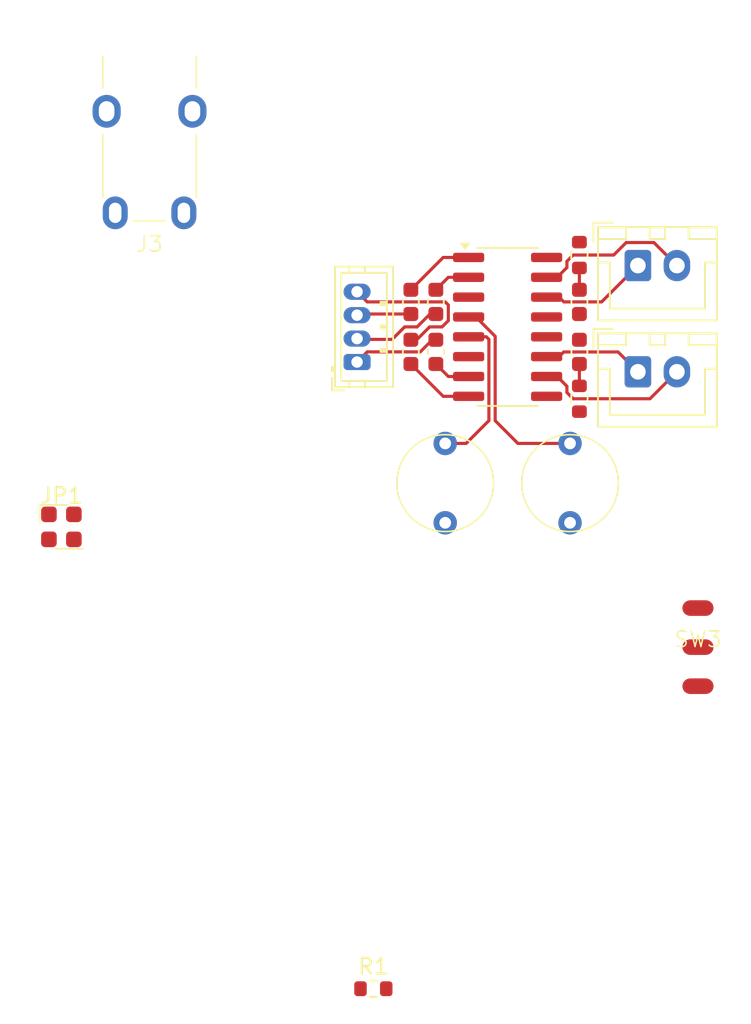
<source format=kicad_pcb>
(kicad_pcb (version 20241229) (generator "pcbnew") (generator_version "9.0")
  (layers (0 "F.Cu" signal) (2 "B.Cu" signal) (13 "F.Paste" user) (15 "B.Paste" user) (5 "F.SilkS" user "F.Silkscreen") (7 "B.SilkS" user "B.Silkscreen") (1 "F.Mask" user) (3 "B.Mask" user) (25 "Edge.Cuts" user))
  (net 0 "")
  (net 1 "Net-(U1-RINP)")
  (net 2 "RINP")
  (net 3 "RINN")
  (net 4 "Net-(U1-RINN)")
  (net 5 "Net-(U1-LINP)")
  (net 6 "LINP")
  (net 7 "Net-(U1-LINN)")
  (net 8 "LINN")
  (net 9 "GND")
  (net 10 "VCC")
  (net 11 "ROUTP")
  (net 12 "ROUTN")
  (net 13 "LOUTN")
  (net 14 "LOUTP")
  (net 15 "INN")
  (net 16 "Net-(SW3-A)")
  (net 17 "UP")
  (net 18 "DN")
  (net 19 "~{SD}")
  (net 20 "Net-(C5-Pad2)")
  (net 21 "Net-(C6-Pad2)")
  (footprint "Resistor_SMD:R_0603_1608Metric" (layer "F.Cu") (at 104.6 95.4 90)
    (property "Reference" "R2" (hide yes))
    (property "Value" "0R" (hide yes))
    (fp_line (start -0.237258 -0.5225) (end 0.237258 -0.5225) (stroke (width 0.12)) (layer "F.SilkS"))
    (fp_line (start -0.237258 0.5225) (end 0.237258 0.5225) (stroke (width 0.12)) (layer "F.SilkS"))
    (pad "1" smd roundrect (at -0.825 0 90) (size 0.8 0.95) (layers "F.Cu" "F.Mask" "F.Paste") (net 20 "Net-(C5-Pad2)"))
    (pad "2" smd roundrect (at 0.825 0 90) (size 0.8 0.95) (layers "F.Cu" "F.Mask" "F.Paste") (net 10 "VCC"))
  )
  (footprint "Connector_JST:JST_XH_B2B-XH-A_1x02_P2.50mm_Vertical" (layer "F.Cu") (at 108.35 102.875)
    (property "Reference" "J2" (hide yes))
    (property "Value" "LOUT" (hide yes))
    (fp_line (start -2.85 -2.75) (end -2.85 -1.5) (stroke (width 0.12)) (layer "F.SilkS"))
    (fp_line (start -2.56 -2.46) (end -2.56 3.51) (stroke (width 0.12)) (layer "F.SilkS"))
    (fp_line (start -2.56 3.51) (end 5.06 3.51) (stroke (width 0.12)) (layer "F.SilkS"))
    (fp_line (start -2.55 -2.45) (end -2.55 -1.7) (stroke (width 0.12)) (layer "F.SilkS"))
    (fp_line (start -2.55 -1.7) (end -0.75 -1.7) (stroke (width 0.12)) (layer "F.SilkS"))
    (fp_line (start -2.55 -0.2) (end -1.8 -0.2) (stroke (width 0.12)) (layer "F.SilkS"))
    (fp_line (start -1.8 -0.2) (end -1.8 2.75) (stroke (width 0.12)) (layer "F.SilkS"))
    (fp_line (start -1.8 2.75) (end 1.25 2.75) (stroke (width 0.12)) (layer "F.SilkS"))
    (fp_line (start -1.6 -2.75) (end -2.85 -2.75) (stroke (width 0.12)) (layer "F.SilkS"))
    (fp_line (start -0.75 -2.45) (end -2.55 -2.45) (stroke (width 0.12)) (layer "F.SilkS"))
    (fp_line (start -0.75 -1.7) (end -0.75 -2.45) (stroke (width 0.12)) (layer "F.SilkS"))
    (fp_line (start 0.75 -2.45) (end 0.75 -1.7) (stroke (width 0.12)) (layer "F.SilkS"))
    (fp_line (start 0.75 -1.7) (end 1.75 -1.7) (stroke (width 0.12)) (layer "F.SilkS"))
    (fp_line (start 1.75 -2.45) (end 0.75 -2.45) (stroke (width 0.12)) (layer "F.SilkS"))
    (fp_line (start 1.75 -1.7) (end 1.75 -2.45) (stroke (width 0.12)) (layer "F.SilkS"))
    (fp_line (start 3.25 -2.45) (end 3.25 -1.7) (stroke (width 0.12)) (layer "F.SilkS"))
    (fp_line (start 3.25 -1.7) (end 5.05 -1.7) (stroke (width 0.12)) (layer "F.SilkS"))
    (fp_line (start 4.3 -0.2) (end 4.3 2.75) (stroke (width 0.12)) (layer "F.SilkS"))
    (fp_line (start 4.3 2.75) (end 1.25 2.75) (stroke (width 0.12)) (layer "F.SilkS"))
    (fp_line (start 5.05 -2.45) (end 3.25 -2.45) (stroke (width 0.12)) (layer "F.SilkS"))
    (fp_line (start 5.05 -1.7) (end 5.05 -2.45) (stroke (width 0.12)) (layer "F.SilkS"))
    (fp_line (start 5.05 -0.2) (end 4.3 -0.2) (stroke (width 0.12)) (layer "F.SilkS"))
    (fp_line (start 5.06 -2.46) (end -2.56 -2.46) (stroke (width 0.12)) (layer "F.SilkS"))
    (fp_line (start 5.06 3.51) (end 5.06 -2.46) (stroke (width 0.12)) (layer "F.SilkS"))
    (pad "1" thru_hole roundrect (at 0 0) (size 1.7 2) (drill 1) (layers "*.Cu" "*.Mask") (roundrect_rratio 0.147059) (net 13 "LOUTN"))
    (pad "2" thru_hole oval (at 2.5 0) (size 1.7 2) (drill 1) (layers "*.Cu" "*.Mask") (net 14 "LOUTP"))
  )
  (footprint "Capacitor_SMD:C_0603_1608Metric" (layer "F.Cu") (at 95.4 98.4 90)
    (property "Reference" "C2" (hide yes))
    (property "Value" "0u1" (hide yes))
    (fp_line (start -0.14058 -0.51) (end 0.14058 -0.51) (stroke (width 0.12)) (layer "F.SilkS"))
    (fp_line (start -0.14058 0.51) (end 0.14058 0.51) (stroke (width 0.12)) (layer "F.SilkS"))
    (pad "1" smd roundrect (at -0.775 0 90) (size 0.9 0.95) (layers "F.Cu" "F.Mask" "F.Paste") (net 3 "RINN"))
    (pad "2" smd roundrect (at 0.775 0 90) (size 0.9 0.95) (layers "F.Cu" "F.Mask" "F.Paste") (net 4 "Net-(U1-RINN)"))
  )
  (footprint "Resistor_SMD:R_0603_1608Metric" (layer "F.Cu") (at 104.6 104.6 -90)
    (property "Reference" "R3" (hide yes))
    (property "Value" "0R" (hide yes))
    (fp_line (start -0.237258 0.5225) (end 0.237258 0.5225) (stroke (width 0.12)) (layer "F.SilkS"))
    (fp_line (start -0.237258 -0.5225) (end 0.237258 -0.5225) (stroke (width 0.12)) (layer "F.SilkS"))
    (pad "1" smd roundrect (at -0.825 0 270) (size 0.8 0.95) (layers "F.Cu" "F.Mask" "F.Paste") (net 21 "Net-(C6-Pad2)"))
    (pad "2" smd roundrect (at 0.825 0 270) (size 0.8 0.95) (layers "F.Cu" "F.Mask" "F.Paste") (net 10 "VCC"))
  )
  (footprint "Capacitor_SMD:C_0603_1608Metric" (layer "F.Cu") (at 104.6 101.6 -90)
    (property "Reference" "C6" (hide yes))
    (property "Value" "1u" (hide yes))
    (fp_line (start -0.14058 0.51) (end 0.14058 0.51) (stroke (width 0.12)) (layer "F.SilkS"))
    (fp_line (start -0.14058 -0.51) (end 0.14058 -0.51) (stroke (width 0.12)) (layer "F.SilkS"))
    (pad "1" smd roundrect (at -0.775 0 270) (size 0.9 0.95) (layers "F.Cu" "F.Mask" "F.Paste") (net 9 "GND"))
    (pad "2" smd roundrect (at 0.775 0 270) (size 0.9 0.95) (layers "F.Cu" "F.Mask" "F.Paste") (net 21 "Net-(C6-Pad2)"))
  )
  (footprint "Package_SO:SOP-16_3.9x9.9mm_P1.27mm" (layer "F.Cu") (at 100 100)
    (property "Reference" "U1" (hide yes))
    (property "Value" "PAM8408D")
    (fp_line (start 0 -5.06) (end -1.95 -5.06) (stroke (width 0.12)) (layer "F.SilkS"))
    (fp_line (start 0 -5.06) (end 1.95 -5.06) (stroke (width 0.12)) (layer "F.SilkS"))
    (fp_line (start 0 5.06) (end -1.95 5.06) (stroke (width 0.12)) (layer "F.SilkS"))
    (fp_line (start 0 5.06) (end 1.95 5.06) (stroke (width 0.12)) (layer "F.SilkS"))
    (fp_poly (pts (xy -2.725 -5.005) (xy -2.965 -5.335) (xy -2.485 -5.335)) (stroke (width 0.12)) (fill yes) (layer "F.SilkS"))
    (pad "1" smd roundrect (at -2.5 -4.445) (size 2 0.6) (layers "F.Cu" "F.Mask" "F.Paste") (net 1 "Net-(U1-RINP)"))
    (pad "2" smd roundrect (at -2.5 -3.175) (size 2 0.6) (layers "F.Cu" "F.Mask" "F.Paste") (net 4 "Net-(U1-RINN)"))
    (pad "3" smd roundrect (at -2.5 -1.905) (size 2 0.6) (layers "F.Cu" "F.Mask" "F.Paste") (net 19 "~{SD}"))
    (pad "4" smd roundrect (at -2.5 -0.635) (size 2 0.6) (layers "F.Cu" "F.Mask" "F.Paste") (net 17 "UP"))
    (pad "5" smd roundrect (at -2.5 0.635) (size 2 0.6) (layers "F.Cu" "F.Mask" "F.Paste") (net 18 "DN"))
    (pad "6" smd roundrect (at -2.5 1.905) (size 2 0.6) (layers "F.Cu" "F.Mask" "F.Paste") (net 9 "GND"))
    (pad "7" smd roundrect (at -2.5 3.175) (size 2 0.6) (layers "F.Cu" "F.Mask" "F.Paste") (net 7 "Net-(U1-LINN)"))
    (pad "8" smd roundrect (at -2.5 4.445) (size 2 0.6) (layers "F.Cu" "F.Mask" "F.Paste") (net 5 "Net-(U1-LINP)"))
    (pad "9" smd roundrect (at 2.5 4.445) (size 2 0.6) (layers "F.Cu" "F.Mask" "F.Paste") (net 10 "VCC"))
    (pad "10" smd roundrect (at 2.5 3.175) (size 2 0.6) (layers "F.Cu" "F.Mask" "F.Paste") (net 14 "LOUTP"))
    (pad "11" smd roundrect (at 2.5 1.905) (size 2 0.6) (layers "F.Cu" "F.Mask" "F.Paste") (net 13 "LOUTN"))
    (pad "12" smd roundrect (at 2.5 0.635) (size 2 0.6) (layers "F.Cu" "F.Mask" "F.Paste") (net 9 "GND"))
    (pad "13" smd roundrect (at 2.5 -0.635) (size 2 0.6) (layers "F.Cu" "F.Mask" "F.Paste") (net 9 "GND"))
    (pad "14" smd roundrect (at 2.5 -1.905) (size 2 0.6) (layers "F.Cu" "F.Mask" "F.Paste") (net 12 "ROUTN"))
    (pad "15" smd roundrect (at 2.5 -3.175) (size 2 0.6) (layers "F.Cu" "F.Mask" "F.Paste") (net 11 "ROUTP"))
    (pad "16" smd roundrect (at 2.5 -4.445) (size 2 0.6) (layers "F.Cu" "F.Mask" "F.Paste") (net 10 "VCC"))
  )
  (footprint "Connector_JST:JST_ZH_B4B-ZR_1x04_P1.50mm_Vertical" (layer "F.Cu") (at 90.35 102.25 90)
    (property "Reference" "J6" (hide yes))
    (property "Value" "IN" (hide yes))
    (fp_line (start -0.3 -1.61) (end -0.6 -1.61) (stroke (width 0.12)) (layer "F.SilkS"))
    (fp_line (start -0.6 -1.61) (end -0.6 -1.41) (stroke (width 0.12)) (layer "F.SilkS"))
    (fp_line (start -1.01 -1.61) (end -1.81 -1.61) (stroke (width 0.12)) (layer "F.SilkS"))
    (fp_line (start -1.81 -1.61) (end -1.81 -0.81) (stroke (width 0.12)) (layer "F.SilkS"))
    (fp_line (start -0.3 -1.51) (end -0.6 -1.51) (stroke (width 0.12)) (layer "F.SilkS"))
    (fp_line (start 6.11 -1.41) (end -1.61 -1.41) (stroke (width 0.12)) (layer "F.SilkS"))
    (fp_line (start -0.3 -1.41) (end -0.3 -1.61) (stroke (width 0.12)) (layer "F.SilkS"))
    (fp_line (start -1.61 -1.41) (end -1.61 2.31) (stroke (width 0.12)) (layer "F.SilkS"))
    (fp_line (start 5.71 -1.01) (end -1.21 -1.01) (stroke (width 0.12)) (layer "F.SilkS"))
    (fp_line (start -1.21 -1.01) (end -1.21 1.91) (stroke (width 0.12)) (layer "F.SilkS"))
    (fp_line (start 6.11 -0.5) (end 5.71 -0.5) (stroke (width 0.12)) (layer "F.SilkS"))
    (fp_line (start -1.61 -0.5) (end -1.21 -0.5) (stroke (width 0.12)) (layer "F.SilkS"))
    (fp_line (start 6.11 0.5) (end 5.71 0.5) (stroke (width 0.12)) (layer "F.SilkS"))
    (fp_line (start -1.61 0.5) (end -1.21 0.5) (stroke (width 0.12)) (layer "F.SilkS"))
    (fp_line (start 3.85 1.51) (end 3.85 1.91) (stroke (width 0.12)) (layer "F.SilkS"))
    (fp_line (start 3.65 1.51) (end 3.85 1.51) (stroke (width 0.12)) (layer "F.SilkS"))
    (fp_line (start 2.35 1.51) (end 2.35 1.91) (stroke (width 0.12)) (layer "F.SilkS"))
    (fp_line (start 2.15 1.51) (end 2.35 1.51) (stroke (width 0.12)) (layer "F.SilkS"))
    (fp_line (start 0.85 1.51) (end 0.85 1.91) (stroke (width 0.12)) (layer "F.SilkS"))
    (fp_line (start 0.65 1.51) (end 0.85 1.51) (stroke (width 0.12)) (layer "F.SilkS"))
    (fp_line (start 5.71 1.91) (end 5.71 -1.01) (stroke (width 0.12)) (layer "F.SilkS"))
    (fp_line (start 3.75 1.91) (end 3.75 1.51) (stroke (width 0.12)) (layer "F.SilkS"))
    (fp_line (start 3.65 1.91) (end 3.65 1.51) (stroke (width 0.12)) (layer "F.SilkS"))
    (fp_line (start 2.25 1.91) (end 2.25 1.51) (stroke (width 0.12)) (layer "F.SilkS"))
    (fp_line (start 2.15 1.91) (end 2.15 1.51) (stroke (width 0.12)) (layer "F.SilkS"))
    (fp_line (start 0.75 1.91) (end 0.75 1.51) (stroke (width 0.12)) (layer "F.SilkS"))
    (fp_line (start 0.65 1.91) (end 0.65 1.51) (stroke (width 0.12)) (layer "F.SilkS"))
    (fp_line (start -1.21 1.91) (end 5.71 1.91) (stroke (width 0.12)) (layer "F.SilkS"))
    (fp_line (start 6.11 2.31) (end 6.11 -1.41) (stroke (width 0.12)) (layer "F.SilkS"))
    (fp_line (start -1.61 2.31) (end 6.11 2.31) (stroke (width 0.12)) (layer "F.SilkS"))
    (pad "1" thru_hole roundrect (at 0 0 90) (size 1.03 1.73) (drill 0.73) (layers "*.Cu" "*.Mask") (roundrect_rratio 0.242718) (net 8 "LINN"))
    (pad "2" thru_hole oval (at 1.5 0 90) (size 1.03 1.73) (drill 0.73) (layers "*.Cu" "*.Mask") (net 3 "RINN"))
    (pad "3" thru_hole oval (at 3 0 90) (size 1.03 1.73) (drill 0.73) (layers "*.Cu" "*.Mask") (net 2 "RINP"))
    (pad "4" thru_hole oval (at 4.5 0 90) (size 1.03 1.73) (drill 0.73) (layers "*.Cu" "*.Mask") (net 6 "LINP"))
  )
  (footprint "Library:alps-skrg" (layer "F.Cu") (at 104 110 90)
    (property "Reference" "SW1" (hide yes))
    (property "Value" "SW_Push" (hide yes))
    (fp_circle (center 0 0) (end 3.1 0) (stroke (width 0.1)) (fill no) (layer "F.SilkS"))
    (pad "1" thru_hole circle (at -2.54 0 90) (size 1.5 1.5) (drill 0.75) (layers "*.Cu" "*.Mask") (net 9 "GND"))
    (pad "2" thru_hole circle (at 2.54 0 90) (size 1.5 1.5) (drill 0.75) (layers "*.Cu" "*.Mask") (net 17 "UP"))
  )
  (footprint "Resistor_SMD:R_0603_1608Metric" (layer "F.Cu") (at 91.395 142.365)
    (property "Reference" "R1" (at 0 -1.43 0) (layer "F.SilkS"))
    (property "Value" "10k")
    (fp_line (start -0.237258 -0.5225) (end 0.237258 -0.5225) (stroke (width 0.12)) (layer "F.SilkS"))
    (fp_line (start -0.237258 0.5225) (end 0.237258 0.5225) (stroke (width 0.12)) (layer "F.SilkS"))
    (pad "1" smd roundrect (at -0.825 0) (size 0.8 0.95) (layers "F.Cu" "F.Mask" "F.Paste") (net 10 "VCC"))
    (pad "2" smd roundrect (at 0.825 0) (size 0.8 0.95) (layers "F.Cu" "F.Mask" "F.Paste") (net 16 "Net-(SW3-A)"))
  )
  (footprint "Capacitor_SMD:C_0603_1608Metric" (layer "F.Cu") (at 104.6 98.4 90)
    (property "Reference" "C5" (hide yes))
    (property "Value" "1u" (hide yes))
    (fp_line (start -0.14058 -0.51) (end 0.14058 -0.51) (stroke (width 0.12)) (layer "F.SilkS"))
    (fp_line (start -0.14058 0.51) (end 0.14058 0.51) (stroke (width 0.12)) (layer "F.SilkS"))
    (pad "1" smd roundrect (at -0.775 0 90) (size 0.9 0.95) (layers "F.Cu" "F.Mask" "F.Paste") (net 9 "GND"))
    (pad "2" smd roundrect (at 0.775 0 90) (size 0.9 0.95) (layers "F.Cu" "F.Mask" "F.Paste") (net 20 "Net-(C5-Pad2)"))
  )
  (footprint "Library:sw" (layer "F.Cu") (at 112.2 120.5)
    (property "Reference" "SW3" (at 0 -0.5 0) (layer "F.SilkS") (effects (font (thickness 0.1))))
    (property "Value" "SW_SPDT")
    (pad "1" smd roundrect (at 0 -2.5) (size 2 1) (layers "F.Cu" "F.Mask" "F.Paste") (roundrect_rratio 0.5) (net 16 "Net-(SW3-A)"))
    (pad "2" smd roundrect (at 0 0) (size 2 1) (layers "F.Cu" "F.Mask" "F.Paste") (roundrect_rratio 0.5) (net 19 "~{SD}"))
    (pad "3" smd roundrect (at 0 2.5) (size 2 1) (layers "F.Cu" "F.Mask" "F.Paste") (roundrect_rratio 0.5) (net 9 "GND"))
  )
  (footprint "Connector_JST:JST_XH_B2B-XH-A_1x02_P2.50mm_Vertical" (layer "F.Cu") (at 108.35 96.075)
    (property "Reference" "J1" (hide yes))
    (property "Value" "ROUT" (hide yes))
    (fp_line (start -2.85 -2.75) (end -2.85 -1.5) (stroke (width 0.12)) (layer "F.SilkS"))
    (fp_line (start -2.56 -2.46) (end -2.56 3.51) (stroke (width 0.12)) (layer "F.SilkS"))
    (fp_line (start -2.56 3.51) (end 5.06 3.51) (stroke (width 0.12)) (layer "F.SilkS"))
    (fp_line (start -2.55 -2.45) (end -2.55 -1.7) (stroke (width 0.12)) (layer "F.SilkS"))
    (fp_line (start -2.55 -1.7) (end -0.75 -1.7) (stroke (width 0.12)) (layer "F.SilkS"))
    (fp_line (start -2.55 -0.2) (end -1.8 -0.2) (stroke (width 0.12)) (layer "F.SilkS"))
    (fp_line (start -1.8 -0.2) (end -1.8 2.75) (stroke (width 0.12)) (layer "F.SilkS"))
    (fp_line (start -1.8 2.75) (end 1.25 2.75) (stroke (width 0.12)) (layer "F.SilkS"))
    (fp_line (start -1.6 -2.75) (end -2.85 -2.75) (stroke (width 0.12)) (layer "F.SilkS"))
    (fp_line (start -0.75 -2.45) (end -2.55 -2.45) (stroke (width 0.12)) (layer "F.SilkS"))
    (fp_line (start -0.75 -1.7) (end -0.75 -2.45) (stroke (width 0.12)) (layer "F.SilkS"))
    (fp_line (start 0.75 -2.45) (end 0.75 -1.7) (stroke (width 0.12)) (layer "F.SilkS"))
    (fp_line (start 0.75 -1.7) (end 1.75 -1.7) (stroke (width 0.12)) (layer "F.SilkS"))
    (fp_line (start 1.75 -2.45) (end 0.75 -2.45) (stroke (width 0.12)) (layer "F.SilkS"))
    (fp_line (start 1.75 -1.7) (end 1.75 -2.45) (stroke (width 0.12)) (layer "F.SilkS"))
    (fp_line (start 3.25 -2.45) (end 3.25 -1.7) (stroke (width 0.12)) (layer "F.SilkS"))
    (fp_line (start 3.25 -1.7) (end 5.05 -1.7) (stroke (width 0.12)) (layer "F.SilkS"))
    (fp_line (start 4.3 -0.2) (end 4.3 2.75) (stroke (width 0.12)) (layer "F.SilkS"))
    (fp_line (start 4.3 2.75) (end 1.25 2.75) (stroke (width 0.12)) (layer "F.SilkS"))
    (fp_line (start 5.05 -2.45) (end 3.25 -2.45) (stroke (width 0.12)) (layer "F.SilkS"))
    (fp_line (start 5.05 -1.7) (end 5.05 -2.45) (stroke (width 0.12)) (layer "F.SilkS"))
    (fp_line (start 5.05 -0.2) (end 4.3 -0.2) (stroke (width 0.12)) (layer "F.SilkS"))
    (fp_line (start 5.06 -2.46) (end -2.56 -2.46) (stroke (width 0.12)) (layer "F.SilkS"))
    (fp_line (start 5.06 3.51) (end 5.06 -2.46) (stroke (width 0.12)) (layer "F.SilkS"))
    (pad "1" thru_hole roundrect (at 0 0) (size 1.7 2) (drill 1) (layers "*.Cu" "*.Mask") (roundrect_rratio 0.147059) (net 12 "ROUTN"))
    (pad "2" thru_hole oval (at 2.5 0) (size 1.7 2) (drill 1) (layers "*.Cu" "*.Mask") (net 11 "ROUTP"))
  )
  (footprint "Library:MJ-8435" (layer "F.Cu") (at 77.05 81.7)
    (property "Reference" "J3" (at 0 13 0) (layer "F.SilkS") (effects (font (thickness 0.1))))
    (property "Value" "AudioJack3")
    (fp_line (start -3 1) (end -3 3) (stroke (width 0.1)) (layer "F.SilkS"))
    (fp_line (start -3 6) (end -3 10) (stroke (width 0.1)) (layer "F.SilkS"))
    (fp_line (start -1 11.5) (end 1 11.5) (stroke (width 0.1)) (layer "F.SilkS"))
    (fp_line (start 3 3) (end 3 1) (stroke (width 0.1)) (layer "F.SilkS"))
    (fp_line (start 3 10) (end 3 6) (stroke (width 0.1)) (layer "F.SilkS"))
    (pad "R" thru_hole roundrect (at 2.2 11) (size 1.6 2.1) (drill oval 0.8 1.3) (layers "*.Cu" "*.Mask") (roundrect_rratio 0.5) (net 2 "RINP"))
    (pad "S" thru_hole roundrect (at -2.2 11) (size 1.6 2.1) (drill oval 0.8 1.3) (layers "*.Cu" "*.Mask") (roundrect_rratio 0.5) (net 15 "INN"))
    (pad "T" thru_hole roundrect (at -2.75 4.5) (size 1.8 2.1) (drill oval 1 1.3) (layers "*.Cu" "*.Mask") (roundrect_rratio 0.5) (net 6 "LINP"))
    (pad "T" thru_hole roundrect (at 2.75 4.5) (size 1.8 2.1) (drill oval 1 1.3) (layers "*.Cu" "*.Mask") (roundrect_rratio 0.5) (net 6 "LINP"))
  )
  (footprint "Capacitor_SMD:C_0603_1608Metric" (layer "F.Cu") (at 95.4 101.6 -90)
    (property "Reference" "C4" (hide yes))
    (property "Value" "0u1" (hide yes))
    (fp_line (start -0.14058 0.51) (end 0.14058 0.51) (stroke (width 0.12)) (layer "F.SilkS"))
    (fp_line (start -0.14058 -0.51) (end 0.14058 -0.51) (stroke (width 0.12)) (layer "F.SilkS"))
    (pad "1" smd roundrect (at -0.775 0 270) (size 0.9 0.95) (layers "F.Cu" "F.Mask" "F.Paste") (net 8 "LINN"))
    (pad "2" smd roundrect (at 0.775 0 270) (size 0.9 0.95) (layers "F.Cu" "F.Mask" "F.Paste") (net 7 "Net-(U1-LINN)"))
  )
  (footprint "Capacitor_SMD:C_0603_1608Metric" (layer "F.Cu") (at 93.8 101.6 -90)
    (property "Reference" "C3" (hide yes))
    (property "Value" "0u1" (hide yes))
    (fp_line (start -0.14058 0.51) (end 0.14058 0.51) (stroke (width 0.12)) (layer "F.SilkS"))
    (fp_line (start -0.14058 -0.51) (end 0.14058 -0.51) (stroke (width 0.12)) (layer "F.SilkS"))
    (pad "1" smd roundrect (at -0.775 0 270) (size 0.9 0.95) (layers "F.Cu" "F.Mask" "F.Paste") (net 6 "LINP"))
    (pad "2" smd roundrect (at 0.775 0 270) (size 0.9 0.95) (layers "F.Cu" "F.Mask" "F.Paste") (net 5 "Net-(U1-LINP)"))
  )
  (footprint "Library:alps-skrg" (layer "F.Cu") (at 96 110 90)
    (property "Reference" "SW2" (hide yes))
    (property "Value" "SW_Push" (hide yes))
    (fp_circle (center 0 0) (end 3.1 0) (stroke (width 0.1)) (fill no) (layer "F.SilkS"))
    (pad "1" thru_hole circle (at -2.54 0 90) (size 1.5 1.5) (drill 0.75) (layers "*.Cu" "*.Mask") (net 9 "GND"))
    (pad "2" thru_hole circle (at 2.54 0 90) (size 1.5 1.5) (drill 0.75) (layers "*.Cu" "*.Mask") (net 18 "DN"))
  )
  (footprint "Library:pokayoke_1608" (layer "F.Cu") (at 71.4 112.8)
    (property "Reference" "JP1" (at 0 -2 0) (layer "F.SilkS"))
    (property "Value" "pokayoke_")
    (fp_line (start -1.4 -1.4) (end -1.4 -0.2) (stroke (width 0.1)) (layer "F.SilkS"))
    (fp_line (start 0.4 -1.4) (end -1.4 -1.4) (stroke (width 0.1)) (layer "F.SilkS"))
    (fp_line (start 1.4 1.4) (end -0.4 1.4) (stroke (width 0.1)) (layer "F.SilkS"))
    (pad "1" smd roundrect (at -0.8 -0.8) (size 1 1) (layers "F.Cu" "F.Mask" "F.Paste") (net 15 "INN"))
    (pad "2" smd roundrect (at 0.8 -0.8) (size 1 1) (layers "F.Cu" "F.Mask" "F.Paste") (net 3 "RINN"))
    (pad "3" smd roundrect (at 0.8 0.8) (size 1 1) (layers "F.Cu" "F.Mask" "F.Paste") (net 8 "LINN"))
    (pad "4" smd roundrect (at -0.8 0.8) (size 1 1) (layers "F.Cu" "F.Mask" "F.Paste") (net 15 "INN"))
  )
  (footprint "Capacitor_SMD:C_0603_1608Metric" (layer "F.Cu") (at 93.8 98.4 90)
    (property "Reference" "C1" (hide yes))
    (property "Value" "0u1" (hide yes))
    (fp_line (start -0.14058 -0.51) (end 0.14058 -0.51) (stroke (width 0.12)) (layer "F.SilkS"))
    (fp_line (start -0.14058 0.51) (end 0.14058 0.51) (stroke (width 0.12)) (layer "F.SilkS"))
    (pad "1" smd roundrect (at -0.775 0 90) (size 0.9 0.95) (layers "F.Cu" "F.Mask" "F.Paste") (net 2 "RINP"))
    (pad "2" smd roundrect (at 0.775 0 90) (size 0.9 0.95) (layers "F.Cu" "F.Mask" "F.Paste") (net 1 "Net-(U1-RINP)"))
  )
  (segment (start 93.8 97.625) (end 95.87 95.555) (width 0.2) (layer "F.Cu") (net 1))
  (segment (start 95.87 95.555) (end 97.5 95.555) (width 0.2) (layer "F.Cu") (net 1))
  (segment (start 93.8 99.175) (end 90.425 99.175) (width 0.2) (layer "F.Cu") (net 2))
  (segment (start 90.425 99.175) (end 90.35 99.25) (width 0.2) (layer "F.Cu") (net 2))
  (segment (start 95.025 99.175) (end 94.2 100) (width 0.2) (layer "F.Cu") (net 3))
  (segment (start 92.6 100.8) (end 90.4 100.8) (width 0.2) (layer "F.Cu") (net 3))
  (segment (start 94.2 100) (end 93.4 100) (width 0.2) (layer "F.Cu") (net 3))
  (segment (start 90.4 100.8) (end 90.35 100.75) (width 0.2) (layer "F.Cu") (net 3))
  (segment (start 93.4 100) (end 92.6 100.8) (width 0.2) (layer "F.Cu") (net 3))
  (segment (start 95.4 99.175) (end 95.025 99.175) (width 0.2) (layer "F.Cu") (net 3))
  (segment (start 95.4 97.625) (end 96.2 96.825) (width 0.2) (layer "F.Cu") (net 4))
  (segment (start 96.2 96.825) (end 97.5 96.825) (width 0.2) (layer "F.Cu") (net 4))
  (segment (start 97.5 104.445) (end 95.87 104.445) (width 0.2) (layer "F.Cu") (net 5))
  (segment (start 95.87 104.445) (end 93.8 102.375) (width 0.2) (layer "F.Cu") (net 5))
  (segment (start 94.175 100.825) (end 95 100) (width 0.2) (layer "F.Cu") (net 6))
  (segment (start 91 98.4) (end 90.35 97.75) (width 0.2) (layer "F.Cu") (net 6))
  (segment (start 96.2 99.6) (end 96.2 98.6) (width 0.2) (layer "F.Cu") (net 6))
  (segment (start 96.2 98.6) (end 96 98.4) (width 0.2) (layer "F.Cu") (net 6))
  (segment (start 95 100) (end 95.8 100) (width 0.2) (layer "F.Cu") (net 6))
  (segment (start 93.8 100.825) (end 94.175 100.825) (width 0.2) (layer "F.Cu") (net 6))
  (segment (start 96 98.4) (end 91 98.4) (width 0.2) (layer "F.Cu") (net 6))
  (segment (start 95.8 100) (end 96.2 99.6) (width 0.2) (layer "F.Cu") (net 6))
  (segment (start 96.2 103.175) (end 97.5 103.175) (width 0.2) (layer "F.Cu") (net 7))
  (segment (start 95.4 102.375) (end 96.2 103.175) (width 0.2) (layer "F.Cu") (net 7))
  (segment (start 94.4 101.6) (end 91 101.6) (width 0.2) (layer "F.Cu") (net 8))
  (segment (start 95.175 100.825) (end 94.4 101.6) (width 0.2) (layer "F.Cu") (net 8))
  (segment (start 91 101.6) (end 90.35 102.25) (width 0.2) (layer "F.Cu") (net 8))
  (segment (start 95.4 100.825) (end 95.175 100.825) (width 0.2) (layer "F.Cu") (net 8))
  (segment (start 103.8 96.2) (end 103.8 95.8) (width 0.2) (layer "F.Cu") (net 11))
  (segment (start 106.8 95.4) (end 107.6 94.6) (width 0.2) (layer "F.Cu") (net 11))
  (segment (start 109.375 94.6) (end 110.85 96.075) (width 0.2) (layer "F.Cu") (net 11))
  (segment (start 104.2 95.4) (end 106.8 95.4) (width 0.2) (layer "F.Cu") (net 11))
  (segment (start 107.6 94.6) (end 109.375 94.6) (width 0.2) (layer "F.Cu") (net 11))
  (segment (start 103.8 95.8) (end 104.2 95.4) (width 0.2) (layer "F.Cu") (net 11))
  (segment (start 102.5 96.825) (end 103.175 96.825) (width 0.2) (layer "F.Cu") (net 11))
  (segment (start 103.175 96.825) (end 103.8 96.2) (width 0.2) (layer "F.Cu") (net 11))
  (segment (start 103.295 98.095) (end 102.5 98.095) (width 0.2) (layer "F.Cu") (net 12))
  (segment (start 103.6 98.4) (end 103.295 98.095) (width 0.2) (layer "F.Cu") (net 12))
  (segment (start 108.35 96.075) (end 106.025 98.4) (width 0.2) (layer "F.Cu") (net 12))
  (segment (start 106.025 98.4) (end 103.6 98.4) (width 0.2) (layer "F.Cu") (net 12))
  (segment (start 103.295 101.905) (end 103.595 101.605) (width 0.2) (layer "F.Cu") (net 13))
  (segment (start 103.595 101.605) (end 107.08 101.605) (width 0.2) (layer "F.Cu") (net 13))
  (segment (start 102.5 101.905) (end 103.295 101.905) (width 0.2) (layer "F.Cu") (net 13))
  (segment (start 107.08 101.605) (end 108.35 102.875) (width 0.2) (layer "F.Cu") (net 13))
  (segment (start 103.8 104.2) (end 104.2 104.6) (width 0.2) (layer "F.Cu") (net 14))
  (segment (start 103.175 103.175) (end 103.8 103.8) (width 0.2) (layer "F.Cu") (net 14))
  (segment (start 103.8 103.8) (end 103.8 104.2) (width 0.2) (layer "F.Cu") (net 14))
  (segment (start 109.125 104.6) (end 110.85 102.875) (width 0.2) (layer "F.Cu") (net 14))
  (segment (start 102.5 103.175) (end 103.175 103.175) (width 0.2) (layer "F.Cu") (net 14))
  (segment (start 104.2 104.6) (end 109.125 104.6) (width 0.2) (layer "F.Cu") (net 14))
  (segment (start 97.5 99.365) (end 97.965 99.365) (width 0.2) (layer "F.Cu") (net 17))
  (segment (start 99.2 100.767901) (end 99.202 100.769901) (width 0.2) (layer "F.Cu") (net 17))
  (segment (start 97.965 99.365) (end 99.2 100.6) (width 0.2) (layer "F.Cu") (net 17))
  (segment (start 99.2 100.6) (end 99.2 100.767901) (width 0.2) (layer "F.Cu") (net 17))
  (segment (start 99.202 100.769901) (end 99.202 106.002) (width 0.2) (layer "F.Cu") (net 17))
  (segment (start 100.66 107.46) (end 104 107.46) (width 0.2) (layer "F.Cu") (net 17))
  (segment (start 99.202 106.002) (end 100.66 107.46) (width 0.2) (layer "F.Cu") (net 17))
  (segment (start 98.635 100.635) (end 97.5 100.635) (width 0.2) (layer "F.Cu") (net 18))
  (segment (start 98.801 105.999) (end 98.801 100.801) (width 0.2) (layer "F.Cu") (net 18))
  (segment (start 98.801 100.801) (end 98.635 100.635) (width 0.2) (layer "F.Cu") (net 18))
  (segment (start 96 107.46) (end 97.34 107.46) (width 0.2) (layer "F.Cu") (net 18))
  (segment (start 97.34 107.46) (end 98.801 105.999) (width 0.2) (layer "F.Cu") (net 18))
  (segment (start 104.6 97.625) (end 104.6 96.225) (width 0.2) (layer "F.Cu") (net 20))
  (segment (start 104.6 102.375) (end 104.6 103.775) (width 0.2) (layer "F.Cu") (net 21))
)
</source>
